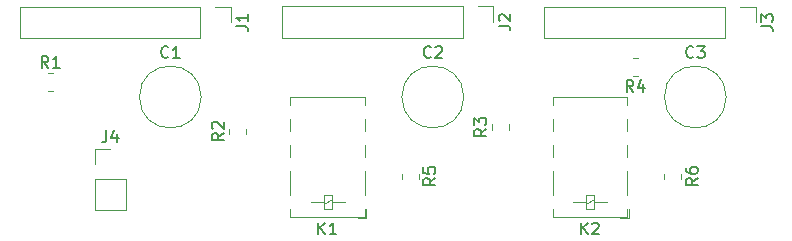
<source format=gbr>
%TF.GenerationSoftware,KiCad,Pcbnew,(6.0.0)*%
%TF.CreationDate,2022-01-08T11:13:19+00:00*%
%TF.ProjectId,Hub,4875622e-6b69-4636-9164-5f7063625858,rev?*%
%TF.SameCoordinates,Original*%
%TF.FileFunction,Legend,Top*%
%TF.FilePolarity,Positive*%
%FSLAX46Y46*%
G04 Gerber Fmt 4.6, Leading zero omitted, Abs format (unit mm)*
G04 Created by KiCad (PCBNEW (6.0.0)) date 2022-01-08 11:13:19*
%MOMM*%
%LPD*%
G01*
G04 APERTURE LIST*
%ADD10C,0.150000*%
%ADD11C,0.120000*%
G04 APERTURE END LIST*
D10*
%TO.C,J4*%
X101266666Y-91102380D02*
X101266666Y-91816666D01*
X101219047Y-91959523D01*
X101123809Y-92054761D01*
X100980952Y-92102380D01*
X100885714Y-92102380D01*
X102171428Y-91435714D02*
X102171428Y-92102380D01*
X101933333Y-91054761D02*
X101695238Y-91769047D01*
X102314285Y-91769047D01*
%TO.C,J3*%
X156702380Y-82273333D02*
X157416666Y-82273333D01*
X157559523Y-82320952D01*
X157654761Y-82416190D01*
X157702380Y-82559047D01*
X157702380Y-82654285D01*
X156702380Y-81892380D02*
X156702380Y-81273333D01*
X157083333Y-81606666D01*
X157083333Y-81463809D01*
X157130952Y-81368571D01*
X157178571Y-81320952D01*
X157273809Y-81273333D01*
X157511904Y-81273333D01*
X157607142Y-81320952D01*
X157654761Y-81368571D01*
X157702380Y-81463809D01*
X157702380Y-81749523D01*
X157654761Y-81844761D01*
X157607142Y-81892380D01*
%TO.C,J2*%
X134477380Y-82248333D02*
X135191666Y-82248333D01*
X135334523Y-82295952D01*
X135429761Y-82391190D01*
X135477380Y-82534047D01*
X135477380Y-82629285D01*
X134572619Y-81819761D02*
X134525000Y-81772142D01*
X134477380Y-81676904D01*
X134477380Y-81438809D01*
X134525000Y-81343571D01*
X134572619Y-81295952D01*
X134667857Y-81248333D01*
X134763095Y-81248333D01*
X134905952Y-81295952D01*
X135477380Y-81867380D01*
X135477380Y-81248333D01*
%TO.C,J1*%
X112272380Y-82273333D02*
X112986666Y-82273333D01*
X113129523Y-82320952D01*
X113224761Y-82416190D01*
X113272380Y-82559047D01*
X113272380Y-82654285D01*
X113272380Y-81273333D02*
X113272380Y-81844761D01*
X113272380Y-81559047D02*
X112272380Y-81559047D01*
X112415238Y-81654285D01*
X112510476Y-81749523D01*
X112558095Y-81844761D01*
%TO.C,R4*%
X145883333Y-87827380D02*
X145550000Y-87351190D01*
X145311904Y-87827380D02*
X145311904Y-86827380D01*
X145692857Y-86827380D01*
X145788095Y-86875000D01*
X145835714Y-86922619D01*
X145883333Y-87017857D01*
X145883333Y-87160714D01*
X145835714Y-87255952D01*
X145788095Y-87303571D01*
X145692857Y-87351190D01*
X145311904Y-87351190D01*
X146740476Y-87160714D02*
X146740476Y-87827380D01*
X146502380Y-86779761D02*
X146264285Y-87494047D01*
X146883333Y-87494047D01*
%TO.C,R1*%
X96353333Y-85797380D02*
X96020000Y-85321190D01*
X95781904Y-85797380D02*
X95781904Y-84797380D01*
X96162857Y-84797380D01*
X96258095Y-84845000D01*
X96305714Y-84892619D01*
X96353333Y-84987857D01*
X96353333Y-85130714D01*
X96305714Y-85225952D01*
X96258095Y-85273571D01*
X96162857Y-85321190D01*
X95781904Y-85321190D01*
X97305714Y-85797380D02*
X96734285Y-85797380D01*
X97020000Y-85797380D02*
X97020000Y-84797380D01*
X96924761Y-84940238D01*
X96829523Y-85035476D01*
X96734285Y-85083095D01*
%TO.C,R2*%
X111197380Y-91329166D02*
X110721190Y-91662500D01*
X111197380Y-91900595D02*
X110197380Y-91900595D01*
X110197380Y-91519642D01*
X110245000Y-91424404D01*
X110292619Y-91376785D01*
X110387857Y-91329166D01*
X110530714Y-91329166D01*
X110625952Y-91376785D01*
X110673571Y-91424404D01*
X110721190Y-91519642D01*
X110721190Y-91900595D01*
X110292619Y-90948214D02*
X110245000Y-90900595D01*
X110197380Y-90805357D01*
X110197380Y-90567261D01*
X110245000Y-90472023D01*
X110292619Y-90424404D01*
X110387857Y-90376785D01*
X110483095Y-90376785D01*
X110625952Y-90424404D01*
X111197380Y-90995833D01*
X111197380Y-90376785D01*
%TO.C,C2*%
X128738333Y-84872142D02*
X128690714Y-84919761D01*
X128547857Y-84967380D01*
X128452619Y-84967380D01*
X128309761Y-84919761D01*
X128214523Y-84824523D01*
X128166904Y-84729285D01*
X128119285Y-84538809D01*
X128119285Y-84395952D01*
X128166904Y-84205476D01*
X128214523Y-84110238D01*
X128309761Y-84015000D01*
X128452619Y-83967380D01*
X128547857Y-83967380D01*
X128690714Y-84015000D01*
X128738333Y-84062619D01*
X129119285Y-84062619D02*
X129166904Y-84015000D01*
X129262142Y-83967380D01*
X129500238Y-83967380D01*
X129595476Y-84015000D01*
X129643095Y-84062619D01*
X129690714Y-84157857D01*
X129690714Y-84253095D01*
X129643095Y-84395952D01*
X129071666Y-84967380D01*
X129690714Y-84967380D01*
%TO.C,K1*%
X119216904Y-99897380D02*
X119216904Y-98897380D01*
X119788333Y-99897380D02*
X119359761Y-99325952D01*
X119788333Y-98897380D02*
X119216904Y-99468809D01*
X120740714Y-99897380D02*
X120169285Y-99897380D01*
X120455000Y-99897380D02*
X120455000Y-98897380D01*
X120359761Y-99040238D01*
X120264523Y-99135476D01*
X120169285Y-99183095D01*
%TO.C,K2*%
X141441904Y-99897380D02*
X141441904Y-98897380D01*
X142013333Y-99897380D02*
X141584761Y-99325952D01*
X142013333Y-98897380D02*
X141441904Y-99468809D01*
X142394285Y-98992619D02*
X142441904Y-98945000D01*
X142537142Y-98897380D01*
X142775238Y-98897380D01*
X142870476Y-98945000D01*
X142918095Y-98992619D01*
X142965714Y-99087857D01*
X142965714Y-99183095D01*
X142918095Y-99325952D01*
X142346666Y-99897380D01*
X142965714Y-99897380D01*
%TO.C,R3*%
X133422380Y-90971666D02*
X132946190Y-91305000D01*
X133422380Y-91543095D02*
X132422380Y-91543095D01*
X132422380Y-91162142D01*
X132470000Y-91066904D01*
X132517619Y-91019285D01*
X132612857Y-90971666D01*
X132755714Y-90971666D01*
X132850952Y-91019285D01*
X132898571Y-91066904D01*
X132946190Y-91162142D01*
X132946190Y-91543095D01*
X132422380Y-90638333D02*
X132422380Y-90019285D01*
X132803333Y-90352619D01*
X132803333Y-90209761D01*
X132850952Y-90114523D01*
X132898571Y-90066904D01*
X132993809Y-90019285D01*
X133231904Y-90019285D01*
X133327142Y-90066904D01*
X133374761Y-90114523D01*
X133422380Y-90209761D01*
X133422380Y-90495476D01*
X133374761Y-90590714D01*
X133327142Y-90638333D01*
%TO.C,C1*%
X106513333Y-84872142D02*
X106465714Y-84919761D01*
X106322857Y-84967380D01*
X106227619Y-84967380D01*
X106084761Y-84919761D01*
X105989523Y-84824523D01*
X105941904Y-84729285D01*
X105894285Y-84538809D01*
X105894285Y-84395952D01*
X105941904Y-84205476D01*
X105989523Y-84110238D01*
X106084761Y-84015000D01*
X106227619Y-83967380D01*
X106322857Y-83967380D01*
X106465714Y-84015000D01*
X106513333Y-84062619D01*
X107465714Y-84967380D02*
X106894285Y-84967380D01*
X107180000Y-84967380D02*
X107180000Y-83967380D01*
X107084761Y-84110238D01*
X106989523Y-84205476D01*
X106894285Y-84253095D01*
%TO.C,R6*%
X151327380Y-95139166D02*
X150851190Y-95472500D01*
X151327380Y-95710595D02*
X150327380Y-95710595D01*
X150327380Y-95329642D01*
X150375000Y-95234404D01*
X150422619Y-95186785D01*
X150517857Y-95139166D01*
X150660714Y-95139166D01*
X150755952Y-95186785D01*
X150803571Y-95234404D01*
X150851190Y-95329642D01*
X150851190Y-95710595D01*
X150327380Y-94282023D02*
X150327380Y-94472500D01*
X150375000Y-94567738D01*
X150422619Y-94615357D01*
X150565476Y-94710595D01*
X150755952Y-94758214D01*
X151136904Y-94758214D01*
X151232142Y-94710595D01*
X151279761Y-94662976D01*
X151327380Y-94567738D01*
X151327380Y-94377261D01*
X151279761Y-94282023D01*
X151232142Y-94234404D01*
X151136904Y-94186785D01*
X150898809Y-94186785D01*
X150803571Y-94234404D01*
X150755952Y-94282023D01*
X150708333Y-94377261D01*
X150708333Y-94567738D01*
X150755952Y-94662976D01*
X150803571Y-94710595D01*
X150898809Y-94758214D01*
%TO.C,R5*%
X129102380Y-95139166D02*
X128626190Y-95472500D01*
X129102380Y-95710595D02*
X128102380Y-95710595D01*
X128102380Y-95329642D01*
X128150000Y-95234404D01*
X128197619Y-95186785D01*
X128292857Y-95139166D01*
X128435714Y-95139166D01*
X128530952Y-95186785D01*
X128578571Y-95234404D01*
X128626190Y-95329642D01*
X128626190Y-95710595D01*
X128102380Y-94234404D02*
X128102380Y-94710595D01*
X128578571Y-94758214D01*
X128530952Y-94710595D01*
X128483333Y-94615357D01*
X128483333Y-94377261D01*
X128530952Y-94282023D01*
X128578571Y-94234404D01*
X128673809Y-94186785D01*
X128911904Y-94186785D01*
X129007142Y-94234404D01*
X129054761Y-94282023D01*
X129102380Y-94377261D01*
X129102380Y-94615357D01*
X129054761Y-94710595D01*
X129007142Y-94758214D01*
%TO.C,C3*%
X150963333Y-84872142D02*
X150915714Y-84919761D01*
X150772857Y-84967380D01*
X150677619Y-84967380D01*
X150534761Y-84919761D01*
X150439523Y-84824523D01*
X150391904Y-84729285D01*
X150344285Y-84538809D01*
X150344285Y-84395952D01*
X150391904Y-84205476D01*
X150439523Y-84110238D01*
X150534761Y-84015000D01*
X150677619Y-83967380D01*
X150772857Y-83967380D01*
X150915714Y-84015000D01*
X150963333Y-84062619D01*
X151296666Y-83967380D02*
X151915714Y-83967380D01*
X151582380Y-84348333D01*
X151725238Y-84348333D01*
X151820476Y-84395952D01*
X151868095Y-84443571D01*
X151915714Y-84538809D01*
X151915714Y-84776904D01*
X151868095Y-84872142D01*
X151820476Y-84919761D01*
X151725238Y-84967380D01*
X151439523Y-84967380D01*
X151344285Y-84919761D01*
X151296666Y-84872142D01*
D11*
%TO.C,J4*%
X100270000Y-97850000D02*
X102930000Y-97850000D01*
X100270000Y-95250000D02*
X100270000Y-97850000D01*
X102930000Y-95250000D02*
X102930000Y-97850000D01*
X100270000Y-95250000D02*
X102930000Y-95250000D01*
X100270000Y-93980000D02*
X100270000Y-92650000D01*
X100270000Y-92650000D02*
X101600000Y-92650000D01*
%TO.C,J3*%
X138350000Y-80610000D02*
X138350000Y-83270000D01*
X153650000Y-80610000D02*
X138350000Y-80610000D01*
X153650000Y-83270000D02*
X138350000Y-83270000D01*
X153650000Y-80610000D02*
X153650000Y-83270000D01*
X154920000Y-80610000D02*
X156250000Y-80610000D01*
X156250000Y-80610000D02*
X156250000Y-81940000D01*
%TO.C,J2*%
X116125000Y-80585000D02*
X116125000Y-83245000D01*
X131425000Y-80585000D02*
X116125000Y-80585000D01*
X131425000Y-83245000D02*
X116125000Y-83245000D01*
X131425000Y-80585000D02*
X131425000Y-83245000D01*
X132695000Y-80585000D02*
X134025000Y-80585000D01*
X134025000Y-80585000D02*
X134025000Y-81915000D01*
%TO.C,J1*%
X93920000Y-80610000D02*
X93920000Y-83270000D01*
X109220000Y-80610000D02*
X93920000Y-80610000D01*
X109220000Y-83270000D02*
X93920000Y-83270000D01*
X109220000Y-80610000D02*
X109220000Y-83270000D01*
X110490000Y-80610000D02*
X111820000Y-80610000D01*
X111820000Y-80610000D02*
X111820000Y-81940000D01*
%TO.C,R4*%
X146277064Y-86460000D02*
X145822936Y-86460000D01*
X146277064Y-84990000D02*
X145822936Y-84990000D01*
%TO.C,R1*%
X96292936Y-86260000D02*
X96747064Y-86260000D01*
X96292936Y-87730000D02*
X96747064Y-87730000D01*
%TO.C,R2*%
X113130000Y-91389564D02*
X113130000Y-90935436D01*
X111660000Y-91389564D02*
X111660000Y-90935436D01*
%TO.C,C2*%
X131525000Y-88265000D02*
G75*
G03*
X131525000Y-88265000I-2620000J0D01*
G01*
%TO.C,K1*%
X123155000Y-94545000D02*
X123155000Y-96545000D01*
X123155000Y-97745000D02*
X123155000Y-98445000D01*
X119655000Y-97145000D02*
X118555000Y-97145000D01*
X123155000Y-98445000D02*
X116855000Y-98445000D01*
X123255000Y-97745000D02*
X123255000Y-98545000D01*
X119655000Y-97745000D02*
X120355000Y-97745000D01*
X123155000Y-90145000D02*
X123155000Y-91145000D01*
X119655000Y-96545000D02*
X119655000Y-97745000D01*
X116855000Y-88945000D02*
X116855000Y-88245000D01*
X116855000Y-98445000D02*
X116855000Y-97745000D01*
X120355000Y-96545000D02*
X119655000Y-96545000D01*
X116855000Y-93345000D02*
X116855000Y-92345000D01*
X116855000Y-96545000D02*
X116855000Y-94545000D01*
X123255000Y-98545000D02*
X122555000Y-98545000D01*
X123155000Y-88945000D02*
X123155000Y-88245000D01*
X120355000Y-97745000D02*
X120355000Y-96545000D01*
X120355000Y-96945000D02*
X119655000Y-97345000D01*
X120355000Y-97145000D02*
X121455000Y-97145000D01*
X123155000Y-92345000D02*
X123155000Y-93345000D01*
X116855000Y-91145000D02*
X116855000Y-90145000D01*
X116855000Y-88245000D02*
X123155000Y-88245000D01*
%TO.C,K2*%
X142580000Y-97145000D02*
X143680000Y-97145000D01*
X145380000Y-94545000D02*
X145380000Y-96545000D01*
X142580000Y-97745000D02*
X142580000Y-96545000D01*
X141880000Y-96545000D02*
X141880000Y-97745000D01*
X139080000Y-88245000D02*
X145380000Y-88245000D01*
X145380000Y-88945000D02*
X145380000Y-88245000D01*
X142580000Y-96945000D02*
X141880000Y-97345000D01*
X139080000Y-96545000D02*
X139080000Y-94545000D01*
X145480000Y-97745000D02*
X145480000Y-98545000D01*
X141880000Y-97145000D02*
X140780000Y-97145000D01*
X145380000Y-98445000D02*
X139080000Y-98445000D01*
X139080000Y-93345000D02*
X139080000Y-92345000D01*
X145380000Y-92345000D02*
X145380000Y-93345000D01*
X139080000Y-88945000D02*
X139080000Y-88245000D01*
X145480000Y-98545000D02*
X144780000Y-98545000D01*
X142580000Y-96545000D02*
X141880000Y-96545000D01*
X145380000Y-97745000D02*
X145380000Y-98445000D01*
X141880000Y-97745000D02*
X142580000Y-97745000D01*
X139080000Y-91145000D02*
X139080000Y-90145000D01*
X139080000Y-98445000D02*
X139080000Y-97745000D01*
X145380000Y-90145000D02*
X145380000Y-91145000D01*
%TO.C,R3*%
X133885000Y-91032064D02*
X133885000Y-90577936D01*
X135355000Y-91032064D02*
X135355000Y-90577936D01*
%TO.C,C1*%
X109300000Y-88265000D02*
G75*
G03*
X109300000Y-88265000I-2620000J0D01*
G01*
%TO.C,R6*%
X149960000Y-94745436D02*
X149960000Y-95199564D01*
X148490000Y-94745436D02*
X148490000Y-95199564D01*
%TO.C,R5*%
X126265000Y-94745436D02*
X126265000Y-95199564D01*
X127735000Y-94745436D02*
X127735000Y-95199564D01*
%TO.C,C3*%
X153750000Y-88265000D02*
G75*
G03*
X153750000Y-88265000I-2620000J0D01*
G01*
%TD*%
M02*

</source>
